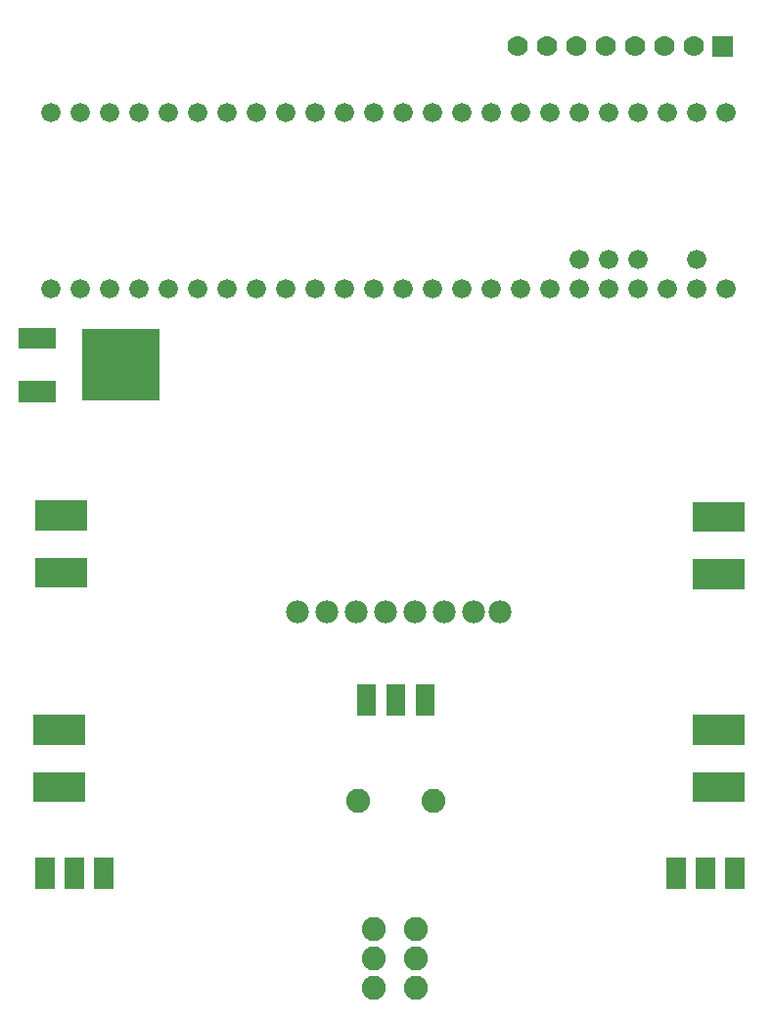
<source format=gbs>
G04 Layer: BottomSolderMaskLayer*
G04 EasyEDA v6.3.22, 2020-04-01T11:54:54--7:00*
G04 ca9891681b394fd3aee58acbbe32b52a,95dd31e7bbc04d03a1fa04b442bf807f,10*
G04 Gerber Generator version 0.2*
G04 Scale: 100 percent, Rotated: No, Reflected: No *
G04 Dimensions in millimeters *
G04 leading zeros omitted , absolute positions ,3 integer and 3 decimal *
%FSLAX33Y33*%
%MOMM*%
G90*
G71D02*

%ADD23C,1.778000*%
%ADD45C,1.981200*%
%ADD46C,1.676400*%
%ADD48C,2.082800*%

%LPD*%
G36*
G01X56850Y10815D02*
G01X56850Y13566D01*
G01X58468Y13566D01*
G01X58468Y10815D01*
G01X56850Y10815D01*
G37*
G36*
G01X59390Y10815D02*
G01X59390Y13566D01*
G01X61008Y13566D01*
G01X61008Y10815D01*
G01X59390Y10815D01*
G37*
G36*
G01X61930Y10815D02*
G01X61930Y13566D01*
G01X63548Y13566D01*
G01X63548Y10815D01*
G01X61930Y10815D01*
G37*
G36*
G01X30053Y25801D02*
G01X30053Y28552D01*
G01X31671Y28552D01*
G01X31671Y25801D01*
G01X30053Y25801D01*
G37*
G36*
G01X32593Y25801D02*
G01X32593Y28552D01*
G01X34211Y28552D01*
G01X34211Y25801D01*
G01X32593Y25801D01*
G37*
G36*
G01X35133Y25801D02*
G01X35133Y28552D01*
G01X36751Y28552D01*
G01X36751Y25801D01*
G01X35133Y25801D01*
G37*
G36*
G01X2240Y10815D02*
G01X2240Y13566D01*
G01X3858Y13566D01*
G01X3858Y10815D01*
G01X2240Y10815D01*
G37*
G36*
G01X4780Y10815D02*
G01X4780Y13566D01*
G01X6398Y13566D01*
G01X6398Y10815D01*
G01X4780Y10815D01*
G37*
G36*
G01X7320Y10815D02*
G01X7320Y13566D01*
G01X8938Y13566D01*
G01X8938Y10815D01*
G01X7320Y10815D01*
G37*
G36*
G01X756Y57531D02*
G01X756Y59334D01*
G01X3962Y59334D01*
G01X3962Y57531D01*
G01X756Y57531D01*
G37*
G36*
G01X6235Y53032D02*
G01X6235Y59235D01*
G01X12938Y59235D01*
G01X12938Y53032D01*
G01X6235Y53032D01*
G37*
G36*
G01X751Y52933D02*
G01X751Y54737D01*
G01X3954Y54737D01*
G01X3954Y52933D01*
G01X751Y52933D01*
G37*
G54D45*
G01X24892Y34798D03*
G01X27432Y34798D03*
G01X29972Y34798D03*
G01X32512Y34798D03*
G01X35052Y34798D03*
G01X37592Y34798D03*
G01X40132Y34798D03*
G01X42418Y34798D03*
G54D46*
G01X61947Y77979D03*
G01X59407Y77979D03*
G01X56867Y77979D03*
G01X54327Y77979D03*
G01X51787Y77979D03*
G01X49247Y77979D03*
G01X46707Y77979D03*
G01X44167Y77979D03*
G01X41627Y77979D03*
G01X39087Y77979D03*
G01X36547Y77979D03*
G01X34007Y77979D03*
G01X31467Y77979D03*
G01X28927Y77979D03*
G01X23847Y77979D03*
G01X21307Y77979D03*
G01X18767Y77979D03*
G01X16227Y77979D03*
G01X28927Y62739D03*
G01X31467Y62739D03*
G01X34007Y62739D03*
G01X36547Y62739D03*
G01X39087Y62739D03*
G01X41627Y62739D03*
G01X44167Y62739D03*
G01X46707Y62739D03*
G01X49247Y62739D03*
G01X51787Y62739D03*
G01X54327Y62739D03*
G01X56867Y62739D03*
G01X59407Y62739D03*
G01X61947Y62739D03*
G01X59407Y65279D03*
G01X54327Y65279D03*
G01X51787Y65279D03*
G01X49247Y65279D03*
G01X26387Y77979D03*
G01X16227Y62739D03*
G01X18767Y62739D03*
G01X21307Y62739D03*
G01X23847Y62739D03*
G01X26387Y62739D03*
G01X13687Y77979D03*
G01X11147Y77979D03*
G01X8607Y77979D03*
G01X6067Y77979D03*
G01X3527Y77979D03*
G01X3527Y62739D03*
G01X13687Y62739D03*
G01X11147Y62739D03*
G01X8607Y62739D03*
G01X6067Y62739D03*
G54D48*
G01X30149Y18415D03*
G01X36652Y18415D03*
G01X35179Y7366D03*
G01X35179Y4826D03*
G01X35179Y2286D03*
G01X31496Y7366D03*
G01X31496Y4826D03*
G01X31496Y2286D03*
G36*
G01X60833Y82804D02*
G01X60833Y84582D01*
G01X62611Y84582D01*
G01X62611Y82804D01*
G01X60833Y82804D01*
G37*
G54D23*
G01X59182Y83693D03*
G01X56642Y83693D03*
G01X54102Y83693D03*
G01X51562Y83693D03*
G01X49022Y83693D03*
G01X46482Y83693D03*
G01X43942Y83693D03*
G36*
G01X2202Y36857D02*
G01X2202Y39441D01*
G01X6690Y39441D01*
G01X6690Y36857D01*
G01X2202Y36857D01*
G37*
G36*
G01X2202Y41836D02*
G01X2202Y44419D01*
G01X6690Y44419D01*
G01X6690Y41836D01*
G01X2202Y41836D01*
G37*
G36*
G01X59095Y41709D02*
G01X59095Y44292D01*
G01X63586Y44292D01*
G01X63586Y41709D01*
G01X59095Y41709D01*
G37*
G36*
G01X59095Y36730D02*
G01X59095Y39314D01*
G01X63586Y39314D01*
G01X63586Y36730D01*
G01X59095Y36730D01*
G37*
G36*
G01X59095Y23294D02*
G01X59095Y25877D01*
G01X63586Y25877D01*
G01X63586Y23294D01*
G01X59095Y23294D01*
G37*
G36*
G01X59095Y18315D02*
G01X59095Y20899D01*
G01X63586Y20899D01*
G01X63586Y18315D01*
G01X59095Y18315D01*
G37*
G36*
G01X2075Y18315D02*
G01X2075Y20899D01*
G01X6563Y20899D01*
G01X6563Y18315D01*
G01X2075Y18315D01*
G37*
G36*
G01X2075Y23294D02*
G01X2075Y25877D01*
G01X6563Y25877D01*
G01X6563Y23294D01*
G01X2075Y23294D01*
G37*
M00*
M02*

</source>
